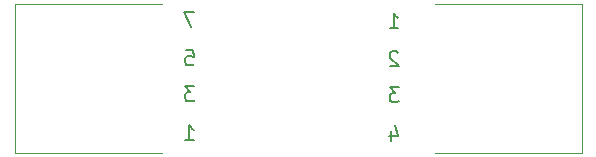
<source format=gbr>
%TF.GenerationSoftware,KiCad,Pcbnew,7.0.10-7.0.10~ubuntu20.04.1*%
%TF.CreationDate,2024-01-07T14:41:37-08:00*%
%TF.ProjectId,NX-ButtonInterface,4e582d42-7574-4746-9f6e-496e74657266,rev?*%
%TF.SameCoordinates,Original*%
%TF.FileFunction,Legend,Bot*%
%TF.FilePolarity,Positive*%
%FSLAX46Y46*%
G04 Gerber Fmt 4.6, Leading zero omitted, Abs format (unit mm)*
G04 Created by KiCad (PCBNEW 7.0.10-7.0.10~ubuntu20.04.1) date 2024-01-07 14:41:37*
%MOMM*%
%LPD*%
G01*
G04 APERTURE LIST*
%ADD10C,0.177800*%
%ADD11C,0.100000*%
G04 APERTURE END LIST*
D10*
X116176830Y-105878213D02*
X116176830Y-106724880D01*
X116479211Y-105394404D02*
X116781592Y-106301546D01*
X116781592Y-106301546D02*
X115995401Y-106301546D01*
X116842068Y-102152880D02*
X116055877Y-102152880D01*
X116055877Y-102152880D02*
X116479211Y-102636689D01*
X116479211Y-102636689D02*
X116297782Y-102636689D01*
X116297782Y-102636689D02*
X116176830Y-102697165D01*
X116176830Y-102697165D02*
X116116354Y-102757642D01*
X116116354Y-102757642D02*
X116055877Y-102878594D01*
X116055877Y-102878594D02*
X116055877Y-103180975D01*
X116055877Y-103180975D02*
X116116354Y-103301927D01*
X116116354Y-103301927D02*
X116176830Y-103362404D01*
X116176830Y-103362404D02*
X116297782Y-103422880D01*
X116297782Y-103422880D02*
X116660639Y-103422880D01*
X116660639Y-103422880D02*
X116781592Y-103362404D01*
X116781592Y-103362404D02*
X116842068Y-103301927D01*
X99523598Y-102074168D02*
X98737407Y-102074168D01*
X98737407Y-102074168D02*
X99160741Y-102557977D01*
X99160741Y-102557977D02*
X98979312Y-102557977D01*
X98979312Y-102557977D02*
X98858360Y-102618453D01*
X98858360Y-102618453D02*
X98797884Y-102678930D01*
X98797884Y-102678930D02*
X98737407Y-102799882D01*
X98737407Y-102799882D02*
X98737407Y-103102263D01*
X98737407Y-103102263D02*
X98797884Y-103223215D01*
X98797884Y-103223215D02*
X98858360Y-103283692D01*
X98858360Y-103283692D02*
X98979312Y-103344168D01*
X98979312Y-103344168D02*
X99342169Y-103344168D01*
X99342169Y-103344168D02*
X99463122Y-103283692D01*
X99463122Y-103283692D02*
X99523598Y-103223215D01*
X116781592Y-99225832D02*
X116721116Y-99165356D01*
X116721116Y-99165356D02*
X116600163Y-99104880D01*
X116600163Y-99104880D02*
X116297782Y-99104880D01*
X116297782Y-99104880D02*
X116176830Y-99165356D01*
X116176830Y-99165356D02*
X116116354Y-99225832D01*
X116116354Y-99225832D02*
X116055877Y-99346784D01*
X116055877Y-99346784D02*
X116055877Y-99467737D01*
X116055877Y-99467737D02*
X116116354Y-99649165D01*
X116116354Y-99649165D02*
X116842068Y-100374880D01*
X116842068Y-100374880D02*
X116055877Y-100374880D01*
X98797884Y-99026168D02*
X99402646Y-99026168D01*
X99402646Y-99026168D02*
X99463122Y-99630930D01*
X99463122Y-99630930D02*
X99402646Y-99570453D01*
X99402646Y-99570453D02*
X99281693Y-99509977D01*
X99281693Y-99509977D02*
X98979312Y-99509977D01*
X98979312Y-99509977D02*
X98858360Y-99570453D01*
X98858360Y-99570453D02*
X98797884Y-99630930D01*
X98797884Y-99630930D02*
X98737407Y-99751882D01*
X98737407Y-99751882D02*
X98737407Y-100054263D01*
X98737407Y-100054263D02*
X98797884Y-100175215D01*
X98797884Y-100175215D02*
X98858360Y-100235692D01*
X98858360Y-100235692D02*
X98979312Y-100296168D01*
X98979312Y-100296168D02*
X99281693Y-100296168D01*
X99281693Y-100296168D02*
X99402646Y-100235692D01*
X99402646Y-100235692D02*
X99463122Y-100175215D01*
X116055877Y-97176992D02*
X116781592Y-97176992D01*
X116418735Y-97176992D02*
X116418735Y-95906992D01*
X116418735Y-95906992D02*
X116539687Y-96088420D01*
X116539687Y-96088420D02*
X116660639Y-96209373D01*
X116660639Y-96209373D02*
X116781592Y-96269849D01*
X99523598Y-95828280D02*
X98676931Y-95828280D01*
X98676931Y-95828280D02*
X99221217Y-97098280D01*
X98737407Y-106646168D02*
X99463122Y-106646168D01*
X99100265Y-106646168D02*
X99100265Y-105376168D01*
X99100265Y-105376168D02*
X99221217Y-105557596D01*
X99221217Y-105557596D02*
X99342169Y-105678549D01*
X99342169Y-105678549D02*
X99463122Y-105739025D01*
D11*
%TO.C,J2*%
X119888000Y-107696000D02*
X132334000Y-107696000D01*
X132334000Y-95123000D02*
X119888000Y-95123000D01*
X132334000Y-107696000D02*
X132334000Y-95123000D01*
%TO.C,J3*%
X96774000Y-95123000D02*
X84328000Y-95123000D01*
X84328000Y-107696000D02*
X96774000Y-107696000D01*
X84328000Y-95123000D02*
X84328000Y-107696000D01*
%TD*%
M02*

</source>
